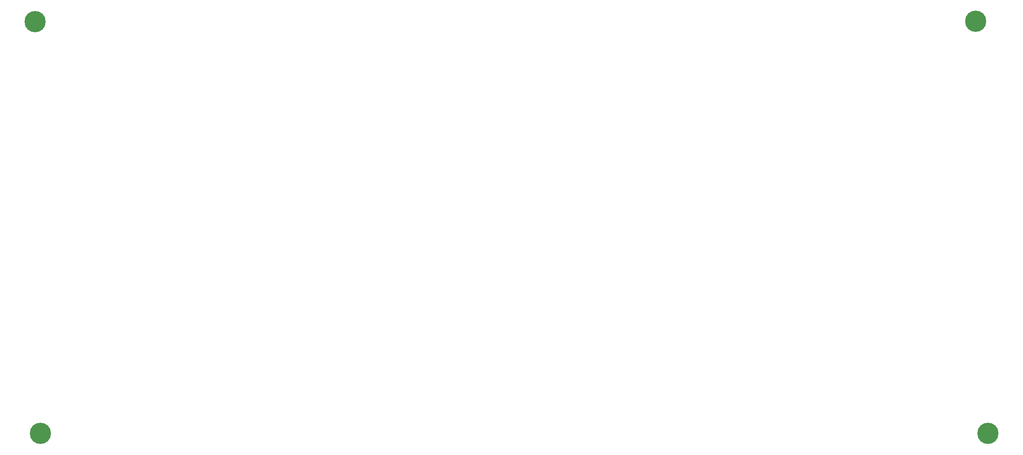
<source format=gbr>
%TF.GenerationSoftware,KiCad,Pcbnew,(6.0.7)*%
%TF.CreationDate,2022-10-09T16:59:53+02:00*%
%TF.ProjectId,the PETER switchplate,74686520-5045-4544-9552-207377697463,rev?*%
%TF.SameCoordinates,Original*%
%TF.FileFunction,Soldermask,Bot*%
%TF.FilePolarity,Negative*%
%FSLAX46Y46*%
G04 Gerber Fmt 4.6, Leading zero omitted, Abs format (unit mm)*
G04 Created by KiCad (PCBNEW (6.0.7)) date 2022-10-09 16:59:53*
%MOMM*%
%LPD*%
G01*
G04 APERTURE LIST*
%ADD10C,4.400000*%
G04 APERTURE END LIST*
D10*
%TO.C,REF\u002A\u002A*%
X47879000Y-137414000D03*
%TD*%
%TO.C,REF\u002A\u002A*%
X244475000Y-137414000D03*
%TD*%
%TO.C,REF\u002A\u002A*%
X241935000Y-51943000D03*
%TD*%
%TO.C,REF\u002A\u002A*%
X46736000Y-52070000D03*
%TD*%
M02*

</source>
